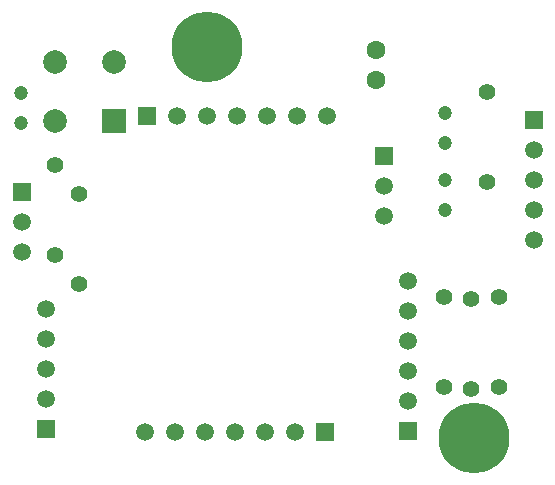
<source format=gbl>
%FSAX43Y43*%
%MOMM*%
G71*
G01*
G75*
G04 Layer_Physical_Order=2*
G04 Layer_Color=16711680*
%ADD10O,2.000X1.000*%
%ADD11R,2.000X1.000*%
%ADD12R,1.000X2.000*%
%ADD13C,0.700*%
%ADD14C,0.254*%
%ADD15C,0.300*%
%ADD16R,2.000X2.000*%
%ADD17C,2.000*%
%ADD18C,1.500*%
%ADD19R,1.500X1.500*%
%ADD20R,1.500X1.500*%
%ADD21C,1.200*%
%ADD22C,1.400*%
%ADD23C,1.600*%
%ADD24C,6.000*%
D16*
X0043989Y0067771D02*
D03*
D17*
Y0072771D02*
D03*
X0038989Y0067771D02*
D03*
Y0072771D02*
D03*
D18*
X0061976Y0068199D02*
D03*
X0059436D02*
D03*
X0056896D02*
D03*
X0054356D02*
D03*
X0049276D02*
D03*
X0051816D02*
D03*
X0066802Y0062230D02*
D03*
Y0059690D02*
D03*
X0036195Y0059182D02*
D03*
Y0056642D02*
D03*
X0079502Y0057658D02*
D03*
Y0060198D02*
D03*
Y0062738D02*
D03*
Y0065278D02*
D03*
X0068834Y0044069D02*
D03*
Y0046609D02*
D03*
Y0049149D02*
D03*
Y0051689D02*
D03*
Y0054229D02*
D03*
X0046609Y0041402D02*
D03*
X0049149D02*
D03*
X0051689D02*
D03*
X0054229D02*
D03*
X0059309D02*
D03*
X0056769D02*
D03*
X0038227Y0051816D02*
D03*
Y0049276D02*
D03*
Y0046736D02*
D03*
Y0044196D02*
D03*
D19*
X0046736Y0068199D02*
D03*
X0061849Y0041402D02*
D03*
D20*
X0066802Y0064770D02*
D03*
X0036195Y0061722D02*
D03*
X0079502Y0067818D02*
D03*
X0068834Y0041529D02*
D03*
X0038227Y0041656D02*
D03*
D21*
X0072009Y0065913D02*
D03*
Y0068453D02*
D03*
X0036068Y0070104D02*
D03*
Y0067564D02*
D03*
X0072009Y0062738D02*
D03*
Y0060198D02*
D03*
D22*
X0041021Y0061595D02*
D03*
Y0053975D02*
D03*
X0038989Y0064008D02*
D03*
Y0056388D02*
D03*
X0075565Y0062611D02*
D03*
Y0070231D02*
D03*
X0076581Y0045212D02*
D03*
Y0052832D02*
D03*
X0074168Y0052705D02*
D03*
Y0045085D02*
D03*
X0071882Y0045212D02*
D03*
Y0052832D02*
D03*
D23*
X0066167Y0073787D02*
D03*
Y0071247D02*
D03*
D24*
X0074422Y0040894D02*
D03*
X0051816Y0074041D02*
D03*
M02*

</source>
